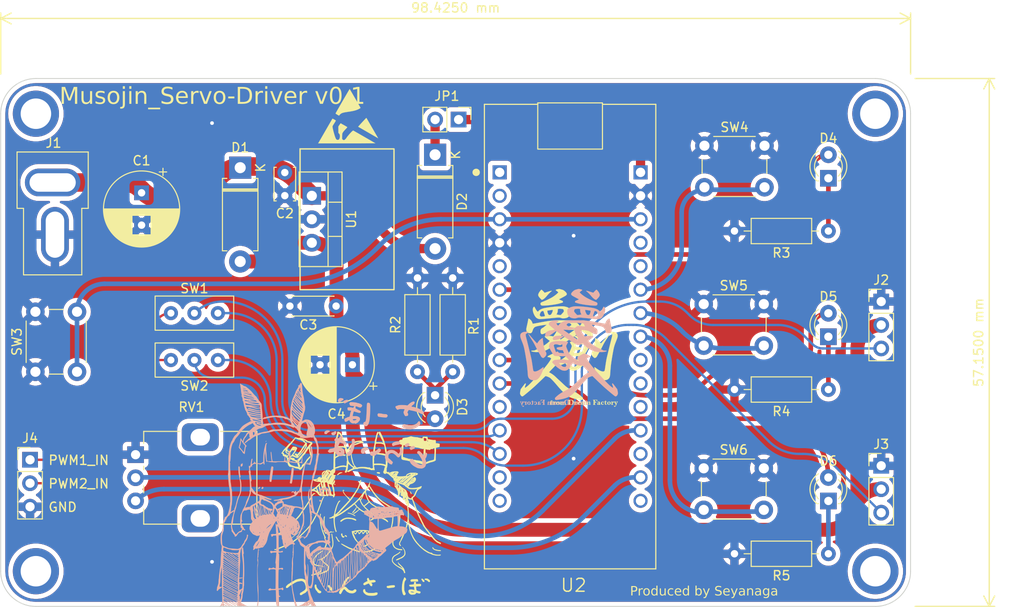
<source format=kicad_pcb>
(kicad_pcb (version 20221018) (generator pcbnew)
  (layers (0 "F.Cu" signal) (31 "B.Cu" signal) (34 "B.Paste" user) (35 "F.Paste" user) (36 "B.SilkS" user "B.Silkscreen") (37 "F.SilkS" user "F.Silkscreen") (38 "B.Mask" user) (39 "F.Mask" user) (44 "Edge.Cuts" user))
  (net 0 "")
  (net 1 "+BATT")
  (net 2 "GND")
  (net 3 "+6V")
  (net 4 "/CENTER")
  (net 5 "/EN1")
  (net 6 "/EN2")
  (net 7 "Net-(D2-K)")
  (net 8 "Net-(D3-K)")
  (net 9 "/STO_C")
  (net 10 "Net-(D4-K)")
  (net 11 "/STO_1")
  (net 12 "Net-(D5-K)")
  (net 13 "/STO_2")
  (net 14 "Net-(J2-Pin_3)")
  (net 15 "Net-(J3-Pin_3)")
  (net 16 "/PWM1_IN")
  (net 17 "/PWM2_IN")
  (net 18 "/VOLUME")
  (net 19 "+3.3V")
  (net 20 "/PWM1")
  (net 21 "/PWM2")
  (net 22 "/NRST")
  (net 39 "Net-(D6-K)")
  (net 40 "Net-(JP1-A)")
  (footprint "Switch:Slide_SS12D01Gx" (layer "F.Cu") (at 122.555 100.33)
    (fp_text reference "SW2" (at 0 2.794 unlocked) (layer "F.SilkS"))
    (fp_text value "PWM2_SW")
    (pad "1" thru_hole circle (at -2.54 0) (size 1.524 1.524) (drill 0.762) (layers "*.Cu" "*.Mask") (net 17 "/PWM2_IN"))
    (pad "2" thru_hole circle (at 0 0) (size 1.524 1.524) (drill 0.762) (layers "*.Cu" "*.Mask") (net 15 "Net-(J3-Pin_3)"))
    (pad "3" thru_hole circle (at 2.54 0) (size 1.524 1.524) (drill 0.762) (layers "*.Cu" "*.Mask") (net 21 "/PWM2"))
  )
  (footprint "Button_Switch_THT:SW_PUSH_6mm" (layer "F.Cu") (at 177.725 77.125)
    (fp_text reference "SW4" (at 3.25 -2) (layer "F.SilkS"))
    (fp_text value "CENTER_SW")
    (pad "1" thru_hole circle (at 0 0 90) (size 2 2) (drill 1.1) (layers "*.Cu" "*.Mask") (net 2 "GND"))
    (pad "1" thru_hole circle (at 6.5 0 90) (size 2 2) (drill 1.1) (layers "*.Cu" "*.Mask") (net 2 "GND"))
    (pad "2" thru_hole circle (at 0 4.5 90) (size 2 2) (drill 1.1) (layers "*.Cu" "*.Mask") (net 4 "/CENTER"))
    (pad "2" thru_hole circle (at 6.5 4.5 90) (size 2 2) (drill 1.1) (layers "*.Cu" "*.Mask") (net 4 "/CENTER"))
  )
  (footprint "Button_Switch_THT:SW_PUSH_6mm" (layer "F.Cu") (at 105.355 101.6 90)
    (fp_text reference "SW3" (at 3.25 -2 90) (layer "F.SilkS"))
    (fp_text value "RST_SW")
    (pad "1" thru_hole circle (at 0 0 180) (size 2 2) (drill 1.1) (layers "*.Cu" "*.Mask") (net 2 "GND"))
    (pad "1" thru_hole circle (at 6.5 0 180) (size 2 2) (drill 1.1) (layers "*.Cu" "*.Mask") (net 2 "GND"))
    (pad "2" thru_hole circle (at 0 4.5 180) (size 2 2) (drill 1.1) (layers "*.Cu" "*.Mask") (net 22 "/NRST"))
    (pad "2" thru_hole circle (at 6.5 4.5 180) (size 2 2) (drill 1.1) (layers "*.Cu" "*.Mask") (net 22 "/NRST"))
  )
  (footprint "Capacitor_THT:CP_Radial_D8.0mm_P3.50mm" (layer "F.Cu") (at 139.644 100.838 180)
    (fp_text reference "C4" (at 1.722 -5.334) (layer "F.SilkS"))
    (fp_text value "100u")
    (pad "1" thru_hole rect (at 0 0 180) (size 1.6 1.6) (drill 0.8) (layers "*.Cu" "*.Mask") (net 3 "+6V"))
    (pad "2" thru_hole circle (at 3.5 0 180) (size 1.6 1.6) (drill 0.8) (layers "*.Cu" "*.Mask") (net 2 "GND"))
  )
  (footprint "Capacitor_THT:CP_Radial_D8.0mm_P3.50mm" (layer "F.Cu") (at 116.84 82.225 -90)
    (fp_text reference "C1" (at -3.485 0 -180) (layer "F.SilkS"))
    (fp_text value "100u")
    (pad "1" thru_hole rect (at 0 0 270) (size 1.6 1.6) (drill 0.8) (layers "*.Cu" "*.Mask") (net 1 "+BATT"))
    (pad "2" thru_hole circle (at 3.5 0 270) (size 1.6 1.6) (drill 0.8) (layers "*.Cu" "*.Mask") (net 2 "GND"))
  )
  (footprint "NUCLEO:NUCLEO F303 K8" (layer "F.Cu") (at 163.195 97.79)
    (fp_text reference "U2" (at 0.381 26.924) (layer "F.SilkS") (effects (font (size 1.402378 1.402378))))
    (fp_text value "NUCLEO_F303K8")
    (pad "3.1" thru_hole rect (at -7.62 -17.78) (size 1.53 1.53) (drill 1.02) (layers "*.Cu" "*.Mask"))
    (pad "3.2" thru_hole circle (at -7.62 -15.24) (size 1.53 1.53) (drill 1.02) (layers "*.Cu" "*.Mask"))
    (pad "3.3" thru_hole circle (at -7.62 -12.7) (size 1.53 1.53) (drill 1.02) (layers "*.Cu" "*.Mask") (net 22 "/NRST"))
    (pad "3.4" thru_hole circle (at -7.62 -10.16) (size 1.53 1.53) (drill 1.02) (layers "*.Cu" "*.Mask") (net 2 "GND"))
    (pad "3.5" thru_hole circle (at -7.62 -7.62) (size 1.53 1.53) (drill 1.02) (layers "*.Cu" "*.Mask"))
    (pad "3.6" thru_hole circle (at -7.62 -5.08) (size 1.53 1.53) (drill 1.02) (layers "*.Cu" "*.Mask") (net 9 "/STO_C"))
    (pad "3.7" thru_hole circle (at -7.62 -2.54) (size 1.53 1.53) (drill 1.02) (layers "*.Cu" "*.Mask"))
    (pad "3.8" thru_hole circle (at -7.62 0) (size 1.53 1.53) (drill 1.02) (layers "*.Cu" "*.Mask"))
    (pad "3.9" thru_hole circle (at -7.62 2.54) (size 1.53 1.53) (drill 1.02) (layers "*.Cu" "*.Mask") (net 11 "/STO_1"))
    (pad "3.10" thru_hole circle (at -7.62 5.08) (size 1.53 1.53) (drill 1.02) (layers "*.Cu" "*.Mask") (net 13 "/STO_2"))
    (pad "3.11" thru_hole circle (at -7.62 7.62) (size 1.53 1.53) (drill 1.02) (layers "*.Cu" "*.Mask"))
    (pad "3.12" thru_hole circle (at -7.62 10.16) (size 1.53 1.53) (drill 1.02) (layers "*.Cu" "*.Mask") (net 20 "/PWM1"))
    (pad "3.13" thru_hole circle (at -7.62 12.7) (size 1.53 1.53) (drill 1.02) (layers "*.Cu" "*.Mask") (net 21 "/PWM2"))
    (pad "3.14" thru_hole circle (at -7.62 15.24) (size 1.53 1.53) (drill 1.02) (layers "*.Cu" "*.Mask"))
    (pad "3.15" thru_hole circle (at -7.62 17.78) (size 1.53 1.53) (drill 1.02) (layers "*.Cu" "*.Mask"))
    (pad "4.1" thru_hole rect (at 7.62 -17.78) (size 1.53 1.53) (drill 1.02) (layers "*.Cu" "*.Mask") (net 40 "Net-(JP1-A)"))
    (pad "4.2" thru_hole circle (at 7.62 -15.24) (size 1.53 1.53) (drill 1.02) (layers "*.Cu" "*.Mask") (net 2 "GND"))
    (pad "4.3" thru_hole circle (at 7.62 -12.7) (size 1.53 1.53) (drill 1.02) (layers "*.Cu" "*.Mask") (net 22 "/NRST"))
    (pad "4.4" thru_hole circle (at 7.62 -10.16) (size 1.53 1.53) (drill 1.02) (layers "*.Cu" "*.Mask"))
    (pad "4.5" thru_hole circle (at 7.62 -7.62) (size 1.53 1.53) (drill 1.02) (layers "*.Cu" "*.Mask"))
    (pad "4.6" thru_hole circle (at 7.62 -5.08) (size 1.53 1.53) (drill 1.02) (layers "*.Cu" "*.Mask") (net 4 "/CENTER"))
    (pad "4.7" thru_hole circle (at 7.62 -2.54) (size 1.53 1.53) (drill 1.02) (layers "*.Cu" "*.Mask") (net 5 "/EN1"))
    (pad "4.8" thru_hole circle (at 7.62 0) (size 1.53 1.53) (drill 1.02) (layers "*.Cu" "*.Mask") (net 6 "/EN2"))
    (pad "4.9" thru_hole circle (at 7.62 2.54) (size 1.53 1.53) (drill 1.02) (layers "*.Cu" "*.Mask"))
    (pad "4.10" thru_hole circle (at 7.62 5.08) (size 1.53 1.53) (drill 1.02) (layers "*.Cu" "*.Mask"))
    (pad "4.11" thru_hole circle (at 7.62 7.62) (size 1.53 1.53) (drill 1.02) (layers "*.Cu" "*.Mask"))
    (pad "4.12" thru_hole circle (at 7.62 10.16) (size 1.53 1.53) (drill 1.02) (layers "*.Cu" "*.Mask") (net 18 "/VOLUME"))
    (pad "4.13" thru_hole circle (at 7.62 12.7) (size 1.53 1.53) (drill 1.02) (layers "*.Cu" "*.Mask"))
    (pad "4.14" thru_hole circle (at 7.62 15.24) (size 1.53 1.53) (drill 1.02) (layers "*.Cu" "*.Mask") (net 19 "+3.3V"))
    (pad "4.15" thru_hole circle (at 7.62 17.78) (size 1.53 1.53) (drill 1.02) (layers "*.Cu" "*.Mask"))
  )
  (footprint "Resistor_THT:R_Axial_DIN0207_L6.3mm_D2.5mm_P10.16mm_Horizontal" (layer "F.Cu") (at 146.685 101.6 90)
    (fp_text reference "R2" (at 5.08 -2.37 90) (layer "F.SilkS"))
    (fp_text value "680")
    (pad "1" thru_hole circle (at 0 0 90) (size 1.6 1.6) (drill 0.8) (layers "*.Cu" "*.Mask") (net 8 "Net-(D3-K)"))
    (pad "2" thru_hole oval (at 10.16 0 90) (size 1.6 1.6) (drill 0.8) (layers "*.Cu" "*.Mask") (net 2 "GND"))
  )
  (footprint "Potentiometer_THT:Potentiometer_Alps_RK09K_Single_Vertical" (layer "F.Cu") (at 116.19 110.575)
    (fp_text reference "RV1" (at 6.05 -5.15) (layer "F.SilkS"))
    (fp_text value "10k_B")
    (pad "1" thru_hole rect (at 0 0) (size 1.8 1.8) (drill 1) (layers "*.Cu" "*.Mask") (net 2 "GND"))
    (pad "2" thru_hole circle (at 0 2.5) (size 1.8 1.8) (drill 1) (layers "*.Cu" "*.Mask") (net 18 "/VOLUME"))
    (pad "3" thru_hole circle (at 0 5) (size 1.8 1.8) (drill 1) (layers "*.Cu" "*.Mask") (net 19 "+3.3V"))
    (pad "MP" thru_hole roundrect (at 7 -1.9) (size 4 3) (drill oval 2.1 1.8) (layers "*.Cu" "*.Mask"))
    (pad "MP" thru_hole roundrect (at 7 6.9) (size 4 3) (drill oval 2.1 1.8) (layers "*.Cu" "*.Mask"))
  )
  (footprint "Connector_PinHeader_2.54mm:PinHeader_1x03_P2.54mm_Vertical" (layer "F.Cu") (at 196.85 111.775)
    (fp_text reference "J3" (at 0 -2.33) (layer "F.SilkS"))
    (fp_text value "Servo_2")
    (pad "1" thru_hole rect (at 0 0) (size 1.7 1.7) (drill 1) (layers "*.Cu" "*.Mask") (net 2 "GND"))
    (pad "2" thru_hole oval (at 0 2.54) (size 1.7 1.7) (drill 1) (layers "*.Cu" "*.Mask") (net 3 "+6V"))
    (pad "3" thru_hole oval (at 0 5.08) (size 1.7 1.7) (drill 1) (layers "*.Cu" "*.Mask") (net 15 "Net-(J3-Pin_3)"))
  )
  (footprint "LED_THT:LED_D3.0mm" (layer "F.Cu") (at 191.135 115.585 90)
    (fp_text reference "D6" (at 4.333 0 180) (layer "F.SilkS"))
    (fp_text value "SLR-332YC3F")
    (pad "1" thru_hole rect (at 0 0 90) (size 1.8 1.8) (drill 0.9) (layers "*.Cu" "*.Mask") (net 39 "Net-(D6-K)"))
    (pad "2" thru_hole circle (at 2.54 0 90) (size 1.8 1.8) (drill 0.9) (layers "*.Cu" "*.Mask") (net 13 "/STO_2"))
  )
  (footprint "Resistor_THT:R_Axial_DIN0207_L6.3mm_D2.5mm_P10.16mm_Horizontal" (layer "F.Cu") (at 150.495 101.6 90)
    (fp_text reference "R1" (at 4.953 2.286 90) (layer "F.SilkS"))
    (fp_text value "680")
    (pad "1" thru_hole circle (at 0 0 90) (size 1.6 1.6) (drill 0.8) (layers "*.Cu" "*.Mask") (net 8 "Net-(D3-K)"))
    (pad "2" thru_hole oval (at 10.16 0 90) (size 1.6 1.6) (drill 0.8) (layers "*.Cu" "*.Mask") (net 2 "GND"))
  )
  (footprint "Capacitor_THT:C_Disc_D4.3mm_W1.9mm_P5.00mm" (layer "F.Cu") (at 137.882 94.488 180)
    (fp_text reference "C3" (at 3.008 -2.032) (layer "F.SilkS"))
    (fp_text value "0.1u")
    (pad "1" thru_hole circle (at 0 0 180) (size 1.6 1.6) (drill 0.8) (layers "*.Cu" "*.Mask") (net 3 "+6V"))
    (pad "2" thru_hole circle (at 5 0 180) (size 1.6 1.6) (drill 0.8) (layers "*.Cu" "*.Mask") (net 2 "GND"))
  )
  (footprint "Diode_THT:D_DO-15_P10.16mm_Horizontal" (layer "F.Cu") (at 127.508 79.502 -90)
    (fp_text reference "D1" (at -2.159 0 -180) (layer "F.SilkS"))
    (fp_text value "PS2010R")
    (fp_text user "K" (at 0 -2.2 90) (layer "F.SilkS"))
    (pad "1" thru_hole rect (at 0 0 270) (size 2.4 2.4) (drill 1.2) (layers "*.Cu" "*.Mask") (net 1 "+BATT"))
    (pad "2" thru_hole oval (at 10.16 0 270) (size 2.4 2.4) (drill 1.2) (layers "*.Cu" "*.Mask") (net 3 "+6V"))
  )
  (footprint "Connector_PinHeader_2.54mm:PinHeader_1x03_P2.54mm_Vertical" (layer "F.Cu") (at 196.85 93.995)
    (fp_text reference "J2" (at 0 -2.33) (layer "F.SilkS"))
    (fp_text value "Servo_1")
    (pad "1" thru_hole rect (at 0 0) (size 1.7 1.7) (drill 1) (layers "*.Cu" "*.Mask") (net 2 "GND"))
    (pad "2" thru_hole oval (at 0 2.54) (size 1.7 1.7) (drill 1) (layers "*.Cu" "*.Mask") (net 3 "+6V"))
    (pad "3" thru_hole oval (at 0 5.08) (size 1.7 1.7) (drill 1) (layers "*.Cu" "*.Mask") (net 14 "Net-(J2-Pin_3)"))
  )
  (footprint "Resistor_THT:R_Axial_DIN0207_L6.3mm_D2.5mm_P10.16mm_Horizontal" (layer "F.Cu") (at 191.135 86.36 180)
    (fp_text reference "R3" (at 5.08 -2.37) (layer "F.SilkS"))
    (fp_text value "100")
    (pad "1" thru_hole circle (at 0 0 180) (size 1.6 1.6) (drill 0.8) (layers "*.Cu" "*.Mask") (net 10 "Net-(D4-K)"))
    (pad "2" thru_hole oval (at 10.16 0 180) (size 1.6 1.6) (drill 0.8) (layers "*.Cu" "*.Mask") (net 2 "GND"))
  )
  (footprint "Capacitor_THT:C_Disc_D3.4mm_W2.1mm_P2.50mm" (layer "F.Cu") (at 132.334 80.03 -90)
    (fp_text reference "C2" (at 4.425 0 -180) (layer "F.SilkS"))
    (fp_text value "0.33u")
    (pad "1" thru_hole circle (at 0 0 270) (size 1.6 1.6) (drill 0.8) (layers "*.Cu" "*.Mask") (net 1 "+BATT"))
    (pad "2" thru_hole circle (at 2.5 0 270) (size 1.6 1.6) (drill 0.8) (layers "*.Cu" "*.Mask") (net 2 "GND"))
  )
  (footprint "Connector_PinHeader_2.54mm:PinHeader_1x02_P2.54mm_Vertical" (layer "F.Cu") (at 151.135 74.295 -90)
    (fp_text reference "JP1" (at -2.54 1.27 -180) (layer "F.SilkS"))
    (fp_text value "VIN_BATT")
    (pad "1" thru_hole rect (at 0 0 270) (size 1.7 1.7) (drill 1) (layers "*.Cu" "*.Mask") (net 40 "Net-(JP1-A)"))
    (pad "2" thru_hole oval (at 0 2.54 270) (size 1.7 1.7) (drill 1) (layers "*.Cu" "*.Mask") (net 7 "Net-(D2-K)"))
  )
  (footprint "Logos:Servodriver_TwinServo" (layer "F.Cu") (at 140.208 117.094)
    (fp_text reference "G***" hide)
    (fp_text value "LOGO" hide)
  )
  (footprint "Package_TO_SOT_THT:TO-220-3_Vertical" (layer "F.Cu") (at 135.255 82.55 -90)
    (fp_text reference "U1" (at 2.54 -4.27 -90) (layer "F.SilkS"))
    (fp_text value "LM7806_TO220")
    (pad "1" thru_hole rect (at 0 0 270) (size 1.905 2) (drill 1.1) (layers "*.Cu" "*.Mask") (net 1 "+BATT"))
    (pad "2" thru_hole oval (at 2.54 0 270) (size 1.905 2) (drill 1.1) (layers "*.Cu" "*.Mask") (net 2 "GND"))
    (pad "3" thru_hole oval (at 5.08 0 270) (size 1.905 2) (drill 1.1) (layers "*.Cu" "*.Mask") (net 3 "+6V"))
  )
  (footprint "Resistor_THT:R_Axial_DIN0207_L6.3mm_D2.5mm_P10.16mm_Horizontal" (layer "F.Cu") (at 191.135 121.3 180)
    (fp_text reference "R5" (at 5.08 -2.37) (layer "F.SilkS"))
    (fp_text value "100")
    (pad "1" thru_hole circle (at 0 0 180) (size 1.6 1.6) (drill 0.8) (layers "*.Cu" "*.Mask") (net 39 "Net-(D6-K)"))
    (pad "2" thru_hole oval (at 10.16 0 180) (size 1.6 1.6) (drill 0.8) (layers "*.Cu" "*.Mask") (net 2 "GND"))
  )
  (footprint "Logos:Musojin" (layer "F.Cu") (at 162.569379 99.06)
    (fp_text reference "G***" hide)
    (fp_text value "LOGO" hide)
  )
  (footprint "Connector_T:Connector_T_Male" (layer "F.Cu") (at 111.07 84.455 -90)
    (fp_text reference "J1" (at -7.62 3.755 -180) (layer "F.SilkS"))
    (fp_text value "2Cell")
    (pad "1" thru_hole oval (at -3.35 3.85 270) (size 3 6) (drill oval 2 5) (layers "*.Cu" "*.Mask") (net 1 "+BATT"))
    (pad "2" thru_hole oval (at 2.3 3.6 270) (size 6 3) (drill oval 5 2) (layers "*.Cu" "*.Mask") (net 2 "GND"))
  )
  (footprint "Button_Switch_THT:SW_PUSH_6mm" (layer "F.Cu") (at 177.65 94.27)
    (fp_text reference "SW5" (at 3.25 -2) (layer "F.SilkS"))
    (fp_text value "EN1_SW")
    (pad "1" thru_hole circle (at 0 0 90) (size 2 2) (drill 1.1) (layers "*.Cu" "*.Mask") (net 2 "GND"))
    (pad "1" thru_hole circle (at 6.5 0 90) (size 2 2) (drill 1.1) (layers "*.Cu" "*.Mask") (net 2 "GND"))
    (pad "2" thru_hole circle (at 0 4.5 90) (size 2 2) (drill 1.1) (layers "*.Cu" "*.Mask") (net 5 "/EN1"))
    (pad "2" thru_hole circle (at 6.5 4.5 90) (size 2 2) (drill 1.1) (layers "*.Cu" "*.Mask") (net 5 "/EN1"))
  )
  (footprint "Symbol:ESD-Logo_6.6x6mm_SilkScreen" (layer "F.Cu") (at 139.192 73.914)
    (fp_text reference "REF**" hide)
    (fp_text value "ESD-Logo_6.6x6mm_SilkScreen" hide)
  )
  (footprint "LED_THT:LED_D3.0mm" (layer "F.Cu") (at 191.135 80.645 90)
    (fp_text reference "D4" (at 4.318 0 180) (layer "F.SilkS"))
    (fp_text value "SLR-332MC3F")
    (pad "1" thru_hole rect (at 0 0 90) (size 1.8 1.8) (drill 0.9) (layers "*.Cu" "*.Mask") (net 10 "Net-(D4-K)"))
    (pad "2" thru_hole circle (at 2.54 0 90) (size 1.8 1.8) (drill 0.9) (layers "*.Cu" "*.Mask") (net 9 "/STO_C"))
  )
  (footprint "Connector_PinHeader_2.54mm:PinHeader_1x03_P2.54mm_Vertical" (layer "F.Cu") (at 104.775 111.125)
    (fp_text reference "J4" (at 0 -2.33) (layer "F.SilkS"))
    (fp_text value "SIGNAL_INPUT")
    (pad "1" thru_hole rect (at 0 0) (size 1.7 1.7) (drill 1) (layers "*.Cu" "*.Mask") (net 16 "/PWM1_IN"))
    (pad "2" thru_hole oval (at 0 2.54) (size 1.7 1.7) (drill 1) (layers "*.Cu" "*.Mask") (net 17 "/PWM2_IN"))
    (pad "3" thru_hole oval (at 0 5.08) (size 1.7 1.7) (drill 1) (layers "*.Cu" "*.Mask") (net 2 "GND"))
  )
  (footprint "LED_THT:LED_D3.0mm" (layer "F.Cu") (at 148.59 104.14 -90)
    (fp_text reference "D3" (at 1.27 -2.96 90) (layer "F.SilkS"))
    (fp_text value "SLR-332VC3F")
    (pad "1" thru_hole rect (at 0 0 270) (size 1.8 1.8) (drill 0.9) (layers "*.Cu" "*.Mask") (net 8 "Net-(D3-K)"))
    (pad "2" thru_hole circle (at 2.54 0 270) (size 1.8 1.8) (drill 0.9) (layers "*.Cu" "*.Mask") (net 3 "+6V"))
  )
  (footprint "Diode_THT:D_DO-15_P10.16mm_Horizontal" (layer "F.Cu") (at 148.59 78.105 -90)
    (fp_text reference "D2" (at 5.08 -2.92 90) (layer "F.SilkS"))
    (fp_text value "PS2010R")
    (fp_text user "K" (at 0 -2.2 90) (layer "F.SilkS"))
    (pad "1" thru_hole rect (at 0 0 270) (size 2.4 2.4) (drill 1.2) (layers "*.Cu" "*.Mask") (net 7 "Net-(D2-K)"))
    (pad "2" thru_hole oval (at 10.16 0 270) (size 2.4 2.4) (drill 1.2) (layers "*.Cu" "*.Mask") (net 1 "+BATT"))
  )
  (footprint "Resistor_THT:R_Axial_DIN0207_L6.3mm_D2.5mm_P10.16mm_Horizontal" (layer "F.Cu") (at 191.135 103.52 180)
    (fp_text reference "R4" (at 5.08 -2.37) (layer "F.SilkS"))
    (fp_text value "100")
    (pad "1" thru_hole circle (at 0 0 180) (size 1.6 1.6) (drill 0.8) (layers "*.Cu" "*.Mask") (net 12 "Net-(D5-K)"))
    (pad "2" thru_hole oval (at 10.16 0 180) (size 1.6 1.6) (drill 0.8) (layers "*.Cu" "*.Mask") (net 2 "GND"))
  )
  (footprint "Button_Switch_THT:SW_PUSH_6mm" (layer "F.Cu") (at 177.65 112.05)
    (fp_text reference "SW6" (at 3.25 -2) (layer "F.SilkS"))
    (fp_text value "EN2_SW")
    (pad "1" thru_hole circle (at 0 0 90) (size 2 2) (drill 1.1) (layers "*.Cu" "*.Mask") (net 2 "GND"))
    (pad "1" thru_hole circle (at 6.5 0 90) (size 2 2) (drill 1.1) (layers "*.Cu" "*.Mask") (net 2 "GND"))
    (pad "2" thru_hole circle (at 0 4.5 90) (size 2 2) (drill 1.1) (layers "*.Cu" "*.Mask") (net 6 "/EN2"))
    (pad "2" thru_hole circle (at 6.5 4.5 90) (size 2 2) (drill 1.1) (layers "*.Cu" "*.Mask") (net 6 "/EN2"))
  )
  (footprint "LED_THT:LED_D3.0mm" (layer "F.Cu") (at 191.135 97.805 90)
    (fp_text reference "D5" (at 4.333 0 180) (layer "F.SilkS"))
    (fp_text value "SLR-332DC3F")
    (pad "1" thru_hole rect (at 0 0 90) (size 1.8 1.8) (drill 0.9) (layers "*.Cu" "*.Mask") (net 12 "Net-(D5-K)"))
    (pad "2" thru_hole circle (at 2.54 0 90) (size 1.8 1.8) (drill 0.9) (layers "*.Cu" "*.Mask") (net 11 "/STO_1"))
  )
  (footprint "Switch:Slide_SS12D01Gx" (layer "F.Cu") (at 122.555 95.25)
    (fp_text reference "SW1" (at 0 -2.667 unlocked) (layer "F.SilkS"))
    (fp_text value "PWM1_SW")
    (pad "1" thru_hole circle (at -2.54 0) (size 1.524 1.524) (drill 0.762) (layers "*.Cu" "*.Mask") (net 16 "/PWM1_IN"))
    (pad "2" thru_hole circle (at 0 0) (size 1.524 1.524) (drill 0.762) (layers "*.Cu" "*.Mask") (net 14 "Net-(J2-Pin_3)"))
    (pad "3" thru_hole circle (at 2.54 0) (size 1.524 1.524) (drill 0.762) (layers "*.Cu" "*.Mask") (net 20 "/PWM1"))
  )
  (footprint "Logos:Servodriver_suzuka" (layer "B.Cu") (at 136.144 114.554 180)
    (fp_text reference "G***" hide)
    (fp_text value "LOGO" hide)
  )
  (footprint "Logos:Musojin" (layer "B.Cu") (at 163.576 99.06 180)
    (fp_text reference "G***" hide)
    (fp_text value "LOGO" hide)
  )
  (gr_rect (start 133.985 77.47) (end 144.145 92.71) (stroke (width 0.15)) (fill none) (layer "F.SilkS"))
  (gr_arc (start 200.025 123.19) (mid 198.909077 125.884077) (end 196.215 127) (stroke (width 0.1)) (layer "Edge.Cuts"))
  (gr_arc (start 196.215 69.85) (mid 198.909077 70.965923) (end 200.025 73.66) (stroke (width 0.1)) (layer "Edge.Cuts"))
  (gr_arc (start 105.41 127) (mid 102.715923 125.884077) (end 101.6 123.19) (stroke (width 0.1)) (layer "Edge.Cuts"))
  (gr_line (start 196.215 127) (end 105.41 127) (stroke (width 0.1)) (layer "Edge.Cuts"))
  (gr_arc (start 101.6 73.66) (mid 102.715923 70.965923) (end 105.41 69.85) (stroke (width 0.1)) (layer "Edge.Cuts"))
  (gr_line (start 105.41 69.85) (end 196.215 69.85) (stroke (width 0.1)) (layer "Edge.Cuts"))
  (gr_line (start 200.025 73.66) (end 200.025 123.19) (stroke (width 0.1)) (layer "Edge.Cuts"))
  (gr_line (start 101.6 123.19) (end 101.6 73.66) (stroke (width 0.1)) (layer "Edge.Cuts"))
  (gr_text "PWM1_IN" (at 106.68 111.76) (layer "F.SilkS") (effects (font (size 1 1) (thickness 0.15) bold) (justify left bottom)))
  (gr_text "Musojin_Servo-Driver v0.1" (at 107.95 72.898) (layer "F.SilkS") (effects (font (size 1.8 1.8) (thickness 0.1875)) (justify left bottom)))
  (gr_text "Produced by Seyanaga" (at 169.672 125.984) (layer "F.SilkS") (effects (font (size 1 1) (thickness 0.1875)) (justify left bottom)))
  (gr_text "PWM2_IN" (at 106.68 114.3) (layer "F.SilkS") (effects (font (size 1 1) (thickness 0.15) bold) (justify left bottom)))
  (gr_text "GND" (at 106.68 116.84) (layer "F.SilkS") (effects (font (size 1 1) (thickness 0.15) bold) (justify left bottom)))
  (dimension (type aligned) (layer "F.SilkS") (pts (xy 101.6 69.85) (xy 200.025 69.85)) (height -6.5024) (gr_text "98.4250 mm" (at 150.8125 62.1976) (layer "F.SilkS") (effects (font (size 1 1) (thickness 0.15)))) (format (prefix "") (suffix "") (units 3) (units_format 1) (precision 4)) (style (thickness 0.15) (arrow_length 1.27) (text_position_mode 0) (extension_height 0.58642) (extension_offset 0.5) keep_text_aligned))
  (dimension (type aligned) (layer "F.SilkS") (pts (xy 200.025 127) (xy 200.025 69.85)) (height 8.509) (gr_text "57.1500 mm" (at 207.384 98.425 90) (layer "F.SilkS") (effects (font (size 1 1) (thickness 0.15)))) (format (prefix "") (suffix "") (units 3) (units_format 1) (precision 4)) (style (thickness 0.15) (arrow_length 1.27) (text_position_mode 0) (extension_height 0.58642) (extension_offset 0.5) keep_text_aligned))
  (via (at 196.215 73.66) (size 5) (drill 3.3) (layers "F.Cu" "B.Cu") (net 0))
  (via (at 196.215 123.19) (size 5) (drill 3.3) (layers "F.Cu" "B.Cu") (net 0))
  (via (at 105.41 123.19) (size 5) (drill 3.3) (layers "F.Cu" "B.Cu") (net 0))
  (via (at 105.41 73.66) (size 5) (drill 3.3) (layers "F.Cu" "B.Cu") (net 0))
  (segment (start 140.823763 84.308762) (end 143.2387 86.723699) (width 1) (layer "F.Cu") (net 1))
  (segment (start 119.881445 83.185) (end 121.083619 83.185) (width 2) (layer "F.Cu") (net 1))
  (segment (start 135.255 82.55) (end 133.42888 80.72388) (width 2) (layer "F.Cu") (net 1))
  (segment (start 136.577737 82.55) (end 135.255 82.55) (width 1) (layer "F.Cu") (net 1))
  (segment (start 116.773949 81.848949) (end 116.857401 81.932401) (width 2) (layer "F.Cu") (net 1))
  (segment (start 127.826272 79.375) (end 128.905 79.375) (width 2) (layer "F.Cu") (net 1))
  (segment (start 148.59 88.265) (end 146.959731 88.265) (width 1) (layer "F.Cu") (net 1))
  (segment (start 123.595423 82.144577) (end 125.331726 80.408274) (width 2) (layer "F.Cu") (net 1))
  (segment (start 107.22 81.105) (end 114.97795 81.105) (width 2) (layer "F.Cu") (net 1))
  (segment (start 128.905 79.375) (end 130.172395 79.375) (width 2) (layer "F.Cu") (net 1))
  (arc (start 116.857401 81.932401) (mid 118.244844 82.859461) (end 119.881445 83.185) (width 2) (layer "F.Cu") (net 1))
  (arc (start 116.773949 81.848949) (mid 115.949916 81.298336) (end 114.97795 81.105) (width 2) (layer "F.Cu") (net 1))
  (arc (start 123.595423 82.144577) (mid 122.442998 82.914603) (end 121.083619 83.185) (width 2) (layer "F.Cu") (net 1))
  (arc (start 136.577737 82.55) (mid 138.87567 83.007087) (end 140.823763 84.308762) (width 1) (layer "F.Cu") (net 1))
  (arc (start 130.172395 79.375) (mid 131.934792 79.725562) (end 133.42888 80.72388) (width 2) (layer "F.Cu") (net 1))
  (arc (start 125.331726 80.408274) (mid 126.476233 79.643539) (end 127.826272 79.375) (width 2) (layer "F.Cu") (net 1))
  (arc (start 146.959731 88.265) (mid 144.945924 87.864429) (end 143.2387 86.723699) (width 1) (layer "F.Cu") (net 1))
  (via (at 163.576 110.998) (size 0.8) (drill 0.4) (layers "F.Cu" "B.Cu") (net 2))
  (via (at 124.46 122.174) (size 0.8) (drill 0.4) (layers "F.Cu" "B.Cu") (net 2))
  (via (at 124.46 74.676) (size 0.8) (drill 0.4) (layers "F.Cu" "B.Cu") (net 2))
  (via (at 163.576 86.868) (size 0.8) (drill 0.4) (layers "F.Cu" "B.Cu") (net 2))
  (segment (start 194.27 114.34) (end 194.27 99.100001) (width 1.5) (layer "F.Cu") (net 3))
  (segment (start 146.487418 106.68) (end 148.59 106.68) (width 1.5) (layer "F.Cu") (net 3))
  (segment (start 151.684995 118.705) (end 190.881 118.705) (width 1.5) (layer "F.Cu") (net 3))
  (segment (start 139.644 100.838) (end 139.644 101.590893) (width 1.5) (layer "F.Cu") (net 3))
  (segment (start 139.66 101.854) (end 139.66 106.68) (width 1.5) (layer "F.Cu") (net 3))
  (segment (start 196.632102 114.3) (end 196.85 114.3) (width 1.5) (layer "F.Cu") (net 3))
  (segment (start 135.255 87.63) (end 135.382 87.63) (width 1.5) (layer "F.Cu") (net 3))
  (segment (start 139.790447 101.944447) (end 143.139068 105.293068) (width 1.5) (layer "F.Cu") (net 3))
  (segment (start 137.922 90.17) (end 137.922 96.229898) (width 1.5) (layer "F.Cu") (net 3))
  (segment (start 196.835 96.535) (end 196.81 96.56) (width 1.5) (layer "F.Cu") (net 3))
  (segment (start 131.063446 88.646554) (end 130.982772 88.727228) (width 1.5) (layer "F.Cu") (net 3))
  (segment (start 138.665949 98.025949) (end 138.916051 98.276051) (width 1.5) (layer "F.Cu") (net 3))
  (segment (start 194.27 115.316) (end 194.564 115.316) (width 1.5) (layer "F.Cu") (net 3))
  (segment (start 194.27 115.316) (end 194.27 114.34) (width 1.5) (layer "F.Cu") (net 3))
  (segment (start 196.81 114.34) (end 196.85 114.3) (width 1.5) (layer "F.Cu") (net 3))
  (segment (start 139.66 100.072112) (end 139.66 101.854) (width 1.5) (layer "F.Cu") (net 3))
  (segment (start 135.255 87.63) (end 133.517624 87.63) (width 1.5) (layer "F.Cu") (net 3))
  (segment (start 196.85 96.535) (end 196.835 96.535) (width 1.5) (layer "F.Cu") (net 3))
  (segment (start 128.726033 89.662) (end 127.508 89.662) (width 1.5) (layer "F.Cu") (net 3))
  (segment (start 194.564 115.316) (end 194.836051 115.043949) (width 1.5) (layer "F.Cu") (net 3))
  (segment (start 196.81 96.56) (end 196.85 96.52) (width 1.5) (layer "F.Cu") (net 3))
  (arc (start 143.139068 105.293068) (mid 144.675304 106.319548) (end 146.487418 106.68) (width 1.5) (layer "F.Cu") (net 3))
  (arc (start 138.665949 98.025949) (mid 138.115346 97.201914) (end 137.922 96.229898) (width 1.5) (layer "F.Cu") (net 3))
  (arc (start 194.836051 115.043949) (mid 195.660086 114.493346) (end 196.632102 114.3) (width 1.5) (layer "F.Cu") (net 3))
  (arc (start 151.684995 118.705) (mid 143.182039 115.182961) (end 139.66 106.68) (width 1.5) (layer "F.Cu") (net 3))
  (arc (start 138.916051 98.276051) (mid 139.466653 99.100088) (end 139.66 100.072112) (width 1.5) (layer "F.Cu") (net 3))
  (arc (start 194.27 115.316) (mid 193.277385 117.712385) (end 190.881 118.705) (width 1.5) (layer "F.Cu") (net 3))
  (arc (start 130.982772 88.727228) (mid 129.947371 89.419061) (end 128.726033 89.662) (width 1.5) (layer "F.Cu") (net 3))
  (arc (start 194.27 99.100001) (mid 195.013949 97.303949) (end 196.81 96.56) (width 1.5) (layer "F.Cu") (net 3))
  (arc (start 139.790447 101.944447) (mid 139.682058 101.782231) (end 139.644 101.590893) (width 1.5) (layer "F.Cu") (net 3))
  (arc (start 133.517624 87.63) (mid 132.189432 87.894194) (end 131.063446 88.646554) (width 1.5) (layer "F.Cu") (net 3))
  (arc (start 135.382 87.63) (mid 137.178051 88.373949) (end 137.922 90.17) (width 1.5) (layer "F.Cu") (net 3))
  (segment (start 184.2918 81.625) (end 184.3024 81.6356) (width 0.5) (layer "B.Cu") (net 4))
  (segment (start 175.26 88.265004) (end 175.26 84.377398) (width 0.5) (layer "B.Cu") (net 4))
  (segment (start 177.725 81.8896) (end 184.2918 81.8896) (width 0.5) (layer "B.Cu") (net 4))
  (arc (start 170.815 92.71) (mid 173.958091 91.408091) (end 175.26 88.265004) (width 0.5) (layer "B.Cu") (net 4))
  (arc (start 177.722398 81.915) (mid 175.98122 82.63622) (end 175.26 84.377398) (width 0.5) (layer "B.Cu") (net 4))
  (segment (start 175.151005 97.046005) (end 175.393312 97.288312) (width 0.5) (layer "B.Cu") (net 5))
  (segment (start 179.670546 99.06) (end 183.896 99.06) (width 0.5) (layer "B.Cu") (net 5))
  (segment (start 183.896 99.06) (end 184.15 98.806) (width 0.5) (layer "B.Cu") (net 5))
  (arc (start 175.151005 97.046005) (mid 173.161657 95.716766) (end 170.815 95.25) (width 0.5) (layer "B.Cu") (net 5))
  (arc (start 179.670546 99.06) (mid 177.355724 98.599553) (end 175.393312 97.288312) (width 0.5) (layer "B.Cu") (net 5))
  (segment (start 184.000239 116.735761) (end 184.15 116.586) (width 0.5) (layer "B.Cu") (net 6))
  (segment (start 173.99 100.964998) (end 173.99 113.323103) (width 0.5) (layer "B.Cu") (net 6))
  (segment (start 176.657 116.735761) (end 184.000239 116.735761) (width 0.5) (layer "B.Cu") (net 6))
  (arc (start 173.99 113.323103) (mid 175.020075 115.809925) (end 177.506897 116.84) (width 0.5) (layer "B.Cu") (net 6))
  (arc (start 173.99 100.964998) (mid 173.060065 98.719935) (end 170.815 97.79) (width 0.5) (layer "B.Cu") (net 6))
  (segment (start 148.59 78.105) (end 148.59 74.295) (width 1) (layer "F.Cu") (net 7))
  (segment (start 148.59 103.505) (end 148.59 104.14) (width 0.5) (layer "F.Cu") (net 8))
  (segment (start 150.495 101.6) (end 148.59 103.505) (width 0.5) (layer "F.Cu") (net 8))
  (segment (start 146.685 101.6) (end 148.59 103.505) (width 0.5) (layer "F.Cu") (net 8))
  (segment (start 160.459727 92.71) (end 155.575 92.71) (width 0.5) (layer "F.Cu") (net 9))
  (segment (start 164.432437 90.837563) (end 164.045117 91.224883) (width 0.5) (layer "F.Cu") (net 9))
  (segment (start 189.23 80.009999) (end 189.23 86.953599) (width 0.5) (layer "F.Cu") (net 9))
  (segment (start 187.283599 88.9) (end 169.110129 88.9) (width 0.5) (layer "F.Cu") (net 9))
  (arc (start 164.432437 90.837563) (mid 166.57858 89.403556) (end 169.110129 88.9) (width 0.5) (layer "F.Cu") (net 9))
  (arc (start 191.135 78.105) (mid 189.787961 78.662961) (end 189.23 80.009999) (width 0.5) (layer "F.Cu") (net 9))
  (arc (start 189.23 86.953599) (mid 188.659912 88.329912) (end 187.283599 88.9) (width 0.5) (layer "F.Cu") (net 9))
  (arc (start 160.459727 92.71) (mid 162.400126 92.324031) (end 164.045117 91.224883) (width 0.5) (layer "F.Cu") (net 9))
  (segment (start 191.135 80.645) (end 191.135 86.36) (width 0.5) (layer "F.Cu") (net 10))
  (segment (start 181.780107 100.965) (end 187.330077 100.965) (width 0.5) (layer "F.Cu") (net 11))
  (segment (start 171.364221 104.14) (end 174.114974 104.14) (width 0.5) (layer "F.Cu") (net 11))
  (segment (start 166.90889 102.13889) (end 167.174605 102.404605) (width 0.5) (layer "F.Cu") (net 11))
  (segment (start 189.23 99.065077) (end 189.23 97.154998) (width 0.5) (layer "F.Cu") (net 11))
  (segment (start 155.575 100.33) (end 162.541844 100.33) (width 0.5) (layer "F.Cu") (net 11))
  (arc (start 189.23 97.154998) (mid 189.787961 95.807961) (end 191.135 95.25) (width 0.5) (layer "F.Cu") (net 11))
  (arc (start 167.174605 102.404605) (mid 169.096817 103.688986) (end 171.364221 104.14) (width 0.5) (layer "F.Cu") (net 11))
  (arc (start 177.920974 102.563503) (mid 176.174766 103.730282) (end 174.114974 104.14) (width 0.5) (layer "F.Cu") (net 11))
  (arc (start 177.920974 102.563503) (mid 179.691558 101.380437) (end 181.780107 100.965) (width 0.5) (layer "F.Cu") (net 11))
  (arc (start 166.90889 102.13889) (mid 164.905272 100.800115) (end 162.541844 100.33) (width 0.5) (layer "F.Cu") (net 11))
  (arc (start 187.330077 100.965) (mid 188.673525 100.408525) (end 189.23 99.065077) (width 0.5) (layer "F.Cu") (net 11))
  (segment (start 191.135 97.805) (end 191.135 103.505) (width 0.5) (layer "F.Cu") (net 12))
  (segment (start 165.149892 104.685808) (end 165.384527 104.920443) (width 0.5) (layer "F.Cu") (net 13))
  (segment (start 169.632474 106.68) (end 184.785 106.68) (width 0.5) (layer "F.Cu") (net 13))
  (segment (start 155.575 102.87) (end 160.766143 102.87) (width 0.5) (layer "F.Cu") (net 13))
  (arc (start 184.785 106.68) (mid 189.275128 108.539872) (end 191.135 113.03) (width 0.5) (layer "F.Cu") (net 13))
  (arc (start 160.766143 102.87) (mid 163.138611 103.341913) (end 165.149892 104.685808) (width 0.5) (layer "F.Cu") (net 13))
  (arc (start 165.384527 104.920443) (mid 167.333502 106.222706) (end 169.632474 106.68) (width 0.5) (layer "F.Cu") (net 13))
  (segment (start 175.840347 95.195347) (end 176.131898 95.486898) (width 0.25) (layer "B.Cu") (net 14))
  (segment (start 171.477443 93.995068) (end 172.942617 93.995068) (width 0.25) (layer "B.Cu") (net 14))
  (segment (start 178.66224 96.535) (end 185.699499 96.535) (width 0.25) (layer "B.Cu") (net 14))
  (segment (start 125.584748 93.995) (end 125.776015 93.994998) (width 0.25) (layer "B.Cu") (net 14))
  (segment (start 135.199923 107.935) (end 152.683049 107.935) (width 0.25) (layer "B.Cu") (net 14))
  (segment (start 190.548926 99.075) (end 196.85 99.075) (width 0.25) (layer "B.Cu") (net 14))
  (segment (start 155.712825 106.68) (end 161.23323 106.68) (width 0.25) (layer "B.Cu") (net 14))
  (segment (start 163.774629 104.138601) (end 163.774629 101.605902) (width 0.25) (layer "B.Cu") (net 14))
  (segment (start 188.500009 97.695009) (end 189.406998 98.601998) (width 0.25) (layer "B.Cu") (net 14))
  (segment (start 132.065 100.283933) (end 132.065 104.800077) (width 0.25) (layer "B.Cu") (net 14))
  (arc (start 122.555 95.25) (mid 123.945094 94.321147) (end 125.584748 93.995) (width 0.25) (layer "B.Cu") (net 14))
  (arc (start 176.131898 95.486898) (mid 177.292829 96.262607) (end 178.66224 96.535) (width 0.25) (layer "B.Cu") (net 14))
  (arc (start 161.23323 106.68) (mid 163.03027 105.935641) (end 163.774629 104.138601) (width 0.25) (layer "B.Cu") (net 14))
  (arc (start 185.699499 96.535) (mid 187.215124 96.836477) (end 188.500009 97.695009) (width 0.25) (layer "B.Cu") (net 14))
  (arc (start 163.774629 101.605902) (mid 164.349011 98.718287) (end 165.984714 96.270286) (width 0.25) (layer "B.Cu") (net 14))
  (arc (start 165.984714 96.270286) (mid 168.50485 94.586354) (end 171.477443 93.995068) (width 0.25) (layer "B.Cu") (net 14))
  (arc (start 154.393487 107.226513) (mid 154.998828 106.822023) (end 155.712825 106.68) (width 0.25) (layer "B.Cu") (net 14))
  (arc (start 189.406998 98.601998) (mid 189.930919 98.952071) (end 190.548926 99.075) (width 0.25) (layer "B.Cu") (net 14))
  (arc (start 152.683049 107.935) (mid 153.608731 107.75087) (end 154.393487 107.226513) (width 0.25) (layer "B.Cu") (net 14))
  (arc (start 172.942617 93.995068) (mid 174.510857 94.30701) (end 175.840347 95.195347) (width 0.25) (layer "B.Cu") (net 14))
  (arc (start 125.776015 93.994998) (mid 130.222996 95.836967) (end 132.065 100.283933) (width 0.25) (layer "B.Cu") (net 14))
  (arc (start 132.065 104.800077) (mid 132.983198 107.016802) (end 135.199923 107.935) (width 0.25) (layer "B.Cu") (net 14))
  (segment (start 124.459997 102.235) (end 127.701281 102.235) (width 0.25) (layer "B.Cu") (net 15))
  (segment (start 130.175 104.774731) (end 130.175001 104.70875) (width 0.25) (layer "B.Cu") (net 15))
  (segment (start 192.005876 111.995876) (end 196.85 116.84) (width 0.25) (layer "B.Cu") (net 15))
  (segment (start 188.007377 110.49) (end 188.37037 110.49) (width 0.25) (layer "B.Cu") (net 15))
  (segment (start 173.547801 97.982801) (end 184.674461 109.109461) (width 0.25) (layer "B.Cu") (net 15))
  (segment (start 169.563451 96.52) (end 170.016286 96.52) (width 0.25) (layer "B.Cu") (net 15))
  (segment (start 130.175001 104.70875) (end 130.175001 104.780158) (width 0.25) (layer "B.Cu") (net 15))
  (segment (start 164.465 105.404319) (end 164.465 101.618451) (width 0.25) (layer "B.Cu") (net 15))
  (segment (start 135.249842 109.854999) (end 151.662847 109.854999) (width 0.25) (layer "B.Cu") (net 15))
  (segment (start 156.261855 111.76) (end 158.109319 111.76) (width 0.25) (layer "B.Cu") (net 15))
  (arc (start 122.555 100.33) (mid 123.112961 101.677039) (end 124.459997 102.235) (width 0.25) (layer "B.Cu") (net 15))
  (arc (start 130.175001 104.780158) (mid 131.661388 108.368612) (end 135.249842 109.854999) (width 0.25) (layer "B.Cu") (net 15))
  (arc (start 158.109319 111.76) (mid 162.603464 109.898464) (end 164.465 105.404319) (width 0.25) (layer "B.Cu") (net 15))
  (arc (start 154.005257 110.825257) (mid 152.93055 110.107161) (end 151.662847 109.854999) (width 0.25) (layer "B.Cu") (net 15))
  (arc (start 154.005257 110.825257) (mid 155.04062 111.517081) (end 156.261855 111.76) (width 0.25) (layer "B.Cu") (net 15))
  (arc (start 188.37037 110.49) (mid 190.337892 110.881364) (end 192.005876 111.995876) (width 0.25) (layer "B.Cu") (net 15))
  (arc (start 170.016286 96.52) (mid 171.927528 96.900169) (end 173.547801 97.982801) (width 0.25) (layer "B.Cu") (net 15))
  (arc (start 184.674461 109.109461) (mid 186.203616 110.13121) (end 188.007377 110.49) (width 0.25) (layer "B.Cu") (net 15))
  (arc (start 164.465 101.618451) (mid 165.958302 98.013302) (end 169.563451 96.52) (width 0.25) (layer "B.Cu") (net 15))
  (arc (start 127.701281 102.235) (mid 129.450476 102.959546) (end 130.175001 104.70875) (width 0.25) (layer "B.Cu") (net 15))
  (segment (start 104.775 111.125) (end 110.501981 111.125) (width 0.25) (layer "F.Cu") (net 16))
  (segment (start 114.940004 99.695) (end 115.57 99.695) (width 0.25) (layer "F.Cu") (net 16))
  (segment (start 112.395 109.231981) (end 112.395 102.240004) (width 0.25) (layer "F.Cu") (net 16))
  (arc (start 115.57 99.695) (mid 117.366051 98.951051) (end 118.11 97.155) (width 0.25) (layer "F.Cu") (net 16))
  (arc (start 112.395 102.240004) (mid 113.140414 100.440414) (end 114.940004 99.695) (width 0.25) (layer "F.Cu") (net 16))
  (arc (start 110.501981 111.125) (mid 111.840548 110.570548) (end 112.395 109.231981) (width 0.25) (layer "F.Cu") (net 16))
  (arc (start 118.11 97.155) (mid 118.66796 95.80796) (end 120.015 95.25) (width 0.25) (layer "F.Cu") (net 16))
  (segment (start 114.929457 100.33) (end 120.015 100.33) (width 0.25) (layer "F.Cu") (net 17))
  (segment (start 104.775 113.665) (end 110.492252 113.665) (width 0.25) (layer "F.Cu") (net 17))
  (segment (start 113.03 111.127252) (end 113.03 102.229457) (width 0.25) (layer "F.Cu") (net 17))
  (arc (start 110.492252 113.665) (mid 112.286711 112.921711) (end 113.03 111.127252) (width 0.25) (layer "F.Cu") (net 17))
  (arc (start 113.03 102.229457) (mid 113.586338 100.886338) (end 114.929457 100.33) (width 0.25) (layer "F.Cu") (net 17))
  (segment (start 160.21941 116.64059) (end 168.007696 108.852304) (width 0.5) (layer "B.Cu") (net 18))
  (segment (start 116.205 113.03) (end 138.371482 113.03) (width 0.5) (layer "B.Cu") (net 18))
  (segment (start 170.815 107.95) (end 170.18615 107.949986) (width 0.5) (layer "B.Cu") (net 18))
  (segment (start 147.14348 116.66348) (end 147.21123 116.73123) (width 0.5) (layer "B.Cu") (net 18))
  (arc (start 147.21123 116.73123) (mid 150.145142 118.691607) (end 153.605927 119.38) (width 0.5) (layer "B.Cu") (net 18))
  (arc (start 160.21941 116.64059) (mid 157.1851 118.668051) (end 153.605927 119.38) (width 0.5) (layer "B.Cu") (net 18))
  (arc (start 147.14348 116.66348) (mid 143.118853 113.97431) (end 138.371482 113.03) (width 0.5) (layer "B.Cu") (net 18))
  (arc (start 168.007696 108.852304) (mid 169.007179 108.184478) (end 170.18615 107.949986) (width 0.5) (layer "B.Cu") (net 18))
  (segment (start 119.256048 114.305) (end 138.384062 114.305) (width 0.5) (layer "B.Cu") (net 19))
  (segment (start 146.059109 117.484109) (end 146.083144 117.508144) (width 0.5) (layer "B.Cu") (net 19))
  (segment (start 164.558269 117.381731) (end 168.012974 113.927026) (width 0.5) (layer "B.Cu") (net 19))
  (segment (start 170.815 113.03) (end 170.178588 113.03) (width 0.5) (layer "B.Cu") (net 19))
  (segment (start 153.668254 120.65) (end 156.667971 120.65) (width 0.5) (layer "B.Cu") (net 19))
  (arc (start 146.083144 117.508144) (mid 149.563222 119.833458) (end 153.668254 120.65) (width 0.5) (layer "B.Cu") (net 19))
  (arc (start 168.012974 113.927026) (mid 169.006566 113.263129) (end 170.178588 113.03) (width 0.5) (layer "B.Cu") (net 19))
  (arc (start 146.059109 117.484109) (mid 142.537768 115.131224) (end 138.384062 114.305) (width 0.5) (layer "B.Cu") (net 19))
  (arc (start 116.19 115.575) (mid 117.596717 114.635062) (end 119.256048 114.305) (width 0.5) (layer "B.Cu") (net 19))
  (arc (start 156.667971 120.65) (mid 160.93817 119.800605) (end 164.558269 117.381731) (width 0.5) (layer "B.Cu") (net 19))
  (segment (start 155.389035 108.135965) (end 155.575 107.95) (width 0.25) (layer "B.Cu") (net 20))
  (segment (start 125.095 95.25) (end 126.312098 95.25) (width 0.25) (layer "B.Cu") (net 20))
  (segment (start 131.445 100.382902) (end 131.445 104.780836) (width 0.25) (layer "B.Cu") (net 20))
  (segment (start 135.249164 108.585) (end 154.305 108.585) (width 0.25) (layer "B.Cu") (net 20))
  (arc (start 155.389035 108.135965) (mid 154.891661 108.468299) (end 154.305 108.585) (width 0.25) (layer "B.Cu") (net 20))
  (arc (start 131.445 104.780836) (mid 132.559214 107.470786) (end 135.249164 108.585) (width 0.25) (layer "B.Cu") (net 20))
  (arc (start 126.312098 95.25) (mid 129.941608 96.753392) (end 131.445 100.382902) (width 0.25) (layer "B.Cu") (net 20))
  (segment (start 135.254602 109.22) (end 152.508923 109.22) (width 0.25) (layer "B.Cu") (net 21))
  (segment (start 130.81 104.762378) (end 130.81 104.775398) (width 0.25) (layer "B.Cu") (net 21))
  (segment (start 125.095 100.33) (end 126.377596 100.33) (width 0.25) (layer "B.Cu") (net 21))
  (arc (start 135.254602 109.22) (mid 132.111794 107.918206) (end 130.81 104.775398) (width 0.25) (layer "B.Cu") (net 21))
  (arc (start 126.377596 100.33) (mid 129.511771 101.628213) (end 130.81 104.762378) (width 0.25) (layer "B.Cu") (net 21))
  (arc (start 152.508923 109.22) (mid 154.168281 109.550067) (end 155.575 110.49) (width 0.25) (layer "B.Cu") (net 21))
  (segment (start 170.815 85.09) (end 155.575 85.09) (width 0.5) (layer "B.Cu") (net 22))
  (segment (start 149.244561 85.09) (end 155.575 85.09) (width 0.5) (layer "B.Cu") (net 22))
  (segment (start 112.852109 92.075) (end 133.08348 92.075) (width 0.5) (layer "B.Cu") (net 22))
  (segment (start 142.210561 88.294439) (end 142.707091 87.797909) (width 0.5) (layer "B.Cu") (net 22))
  (segment (start 109.855 101.6) (end 109.855 95.072109) (width 0.5) (layer "B.Cu") (net 22))
  (arc (start 149.244561 85.09) (mid 145.706508 85.793763) (end 142.707091 87.797909) (width 0.5) (layer "B.Cu") (net 22))
  (arc (start 133.08348 92.075) (mid 138.023021 91.092464) (end 142.210561 88.294439) (width 0.5) (layer "B.Cu") (net 22))
  (arc (start 109.855 95.072109) (mid 110.732833 92.952833) (end 112.852109 92.075) (width 0.5) (layer "B.Cu") (net 22))
  (segment (start 191.135 115.585) (end 191.135 121.285) (width 0.5) (layer "B.Cu") (net 39))
  (segment (start 170.815 76.835) (end 170.815 80.01) (width 1) (layer "F.Cu") (net 40))
  (segment (start 151.135 74.295) (end 168.275 74.295) (width 1) (layer "F.Cu") (net 40))
  (arc (start 168.275 74.295) (mid 170.071051 75.038949) (end 170.815 76.835) (width 1) (layer "F.Cu") (net 40))
  (zone (net 0) (net_name "") (layer "F.Cu") (connect_pads (clearance 0)) (min_thickness 0.25)
    (keepout (tracks allowed) (vias allowed) (pads allowed) (copperpour not_allowed) (footprints allowed))
    (fill (thermal_gap 0.5) (thermal_bridge_width 0.9))
    (polygon (pts (xy 189.738 116.332) (xy 189.738 117.5004) (xy 191.9732 117.5004) (xy 191.9732 116.332)))
  )
  (zone (net 2) (net_name "GND") (layers "F&B.Cu") (connect_pads (clearance 0.5)) (min_thickness 0.25) (fill yes (thermal_gap 0.5) (thermal_bridge_width 0.9))
    (polygon (pts (xy 101.6 69.85) (xy 200.025 69.85) (xy 200.025 127) (xy 101.6 127)))
  )
)
</source>
